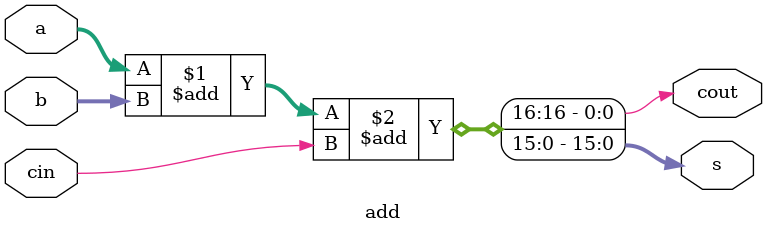
<source format=sv>
module add (input logic [15:0] 	a, b, 
				input logic 			cin,
				output logic [15:0] 	s, 
				output logic 			cout);
	
   assign {cout, s} = a + b + cin;
	
endmodule 
</source>
